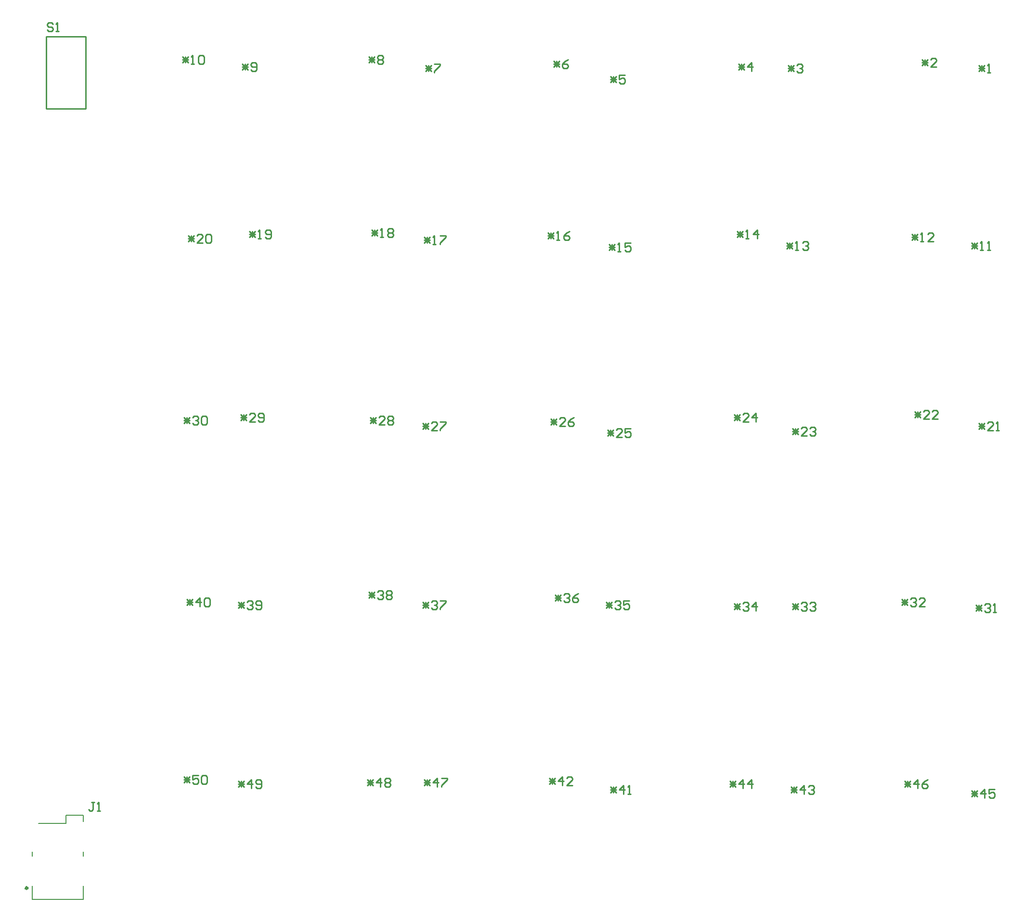
<source format=gto>
G04 Layer_Color=15132400*
%FSLAX43Y43*%
%MOMM*%
G71*
G01*
G75*
%ADD15C,0.500*%
%ADD16C,0.254*%
%ADD17C,0.200*%
D15*
X29169Y29652D02*
G03*
X29169Y29652I-125J0D01*
G01*
D16*
X32571Y179600D02*
X39450D01*
X32550Y179579D02*
X32571Y179600D01*
X32550Y166900D02*
Y179579D01*
Y166900D02*
X39450D01*
Y179600D01*
X131750Y172520D02*
X132766Y171504D01*
X131750D02*
X132766Y172520D01*
X131750Y172012D02*
X132766D01*
X132258Y171504D02*
Y172520D01*
X134289Y172774D02*
X133274D01*
Y172012D01*
X133781Y172266D01*
X134035D01*
X134289Y172012D01*
Y171504D01*
X134035Y171250D01*
X133527D01*
X133274Y171504D01*
X163000Y174520D02*
X164016Y173504D01*
X163000D02*
X164016Y174520D01*
X163000Y174012D02*
X164016D01*
X163508Y173504D02*
Y174520D01*
X164524D02*
X164777Y174774D01*
X165285D01*
X165539Y174520D01*
Y174266D01*
X165285Y174012D01*
X165031D01*
X165285D01*
X165539Y173758D01*
Y173504D01*
X165285Y173250D01*
X164777D01*
X164524Y173504D01*
X196500Y174520D02*
X197516Y173504D01*
X196500D02*
X197516Y174520D01*
X196500Y174012D02*
X197516D01*
X197008Y173504D02*
Y174520D01*
X198024Y173250D02*
X198531D01*
X198277D01*
Y174774D01*
X198024Y174520D01*
X99250D02*
X100266Y173504D01*
X99250D02*
X100266Y174520D01*
X99250Y174012D02*
X100266D01*
X99758Y173504D02*
Y174520D01*
X100774Y174774D02*
X101789D01*
Y174520D01*
X100774Y173504D01*
Y173250D01*
X67000Y174770D02*
X68016Y173754D01*
X67000D02*
X68016Y174770D01*
X67000Y174262D02*
X68016D01*
X67508Y173754D02*
Y174770D01*
X68524Y173754D02*
X68777Y173500D01*
X69285D01*
X69539Y173754D01*
Y174770D01*
X69285Y175024D01*
X68777D01*
X68524Y174770D01*
Y174516D01*
X68777Y174262D01*
X69539D01*
X56750Y49270D02*
X57766Y48254D01*
X56750D02*
X57766Y49270D01*
X56750Y48762D02*
X57766D01*
X57258Y48254D02*
Y49270D01*
X59289Y49524D02*
X58274D01*
Y48762D01*
X58781Y49016D01*
X59035D01*
X59289Y48762D01*
Y48254D01*
X59035Y48000D01*
X58527D01*
X58274Y48254D01*
X59797Y49270D02*
X60051Y49524D01*
X60559D01*
X60813Y49270D01*
Y48254D01*
X60559Y48000D01*
X60051D01*
X59797Y48254D01*
Y49270D01*
X89000Y48770D02*
X90016Y47754D01*
X89000D02*
X90016Y48770D01*
X89000Y48262D02*
X90016D01*
X89508Y47754D02*
Y48770D01*
X91285Y47500D02*
Y49024D01*
X90524Y48262D01*
X91539D01*
X92047Y48770D02*
X92301Y49024D01*
X92809D01*
X93063Y48770D01*
Y48516D01*
X92809Y48262D01*
X93063Y48008D01*
Y47754D01*
X92809Y47500D01*
X92301D01*
X92047Y47754D01*
Y48008D01*
X92301Y48262D01*
X92047Y48516D01*
Y48770D01*
X92301Y48262D02*
X92809D01*
X183500Y48520D02*
X184516Y47504D01*
X183500D02*
X184516Y48520D01*
X183500Y48012D02*
X184516D01*
X184008Y47504D02*
Y48520D01*
X185785Y47250D02*
Y48774D01*
X185024Y48012D01*
X186039D01*
X187563Y48774D02*
X187055Y48520D01*
X186547Y48012D01*
Y47504D01*
X186801Y47250D01*
X187309D01*
X187563Y47504D01*
Y47758D01*
X187309Y48012D01*
X186547D01*
X152750Y48520D02*
X153766Y47504D01*
X152750D02*
X153766Y48520D01*
X152750Y48012D02*
X153766D01*
X153258Y47504D02*
Y48520D01*
X155035Y47250D02*
Y48774D01*
X154274Y48012D01*
X155289D01*
X156559Y47250D02*
Y48774D01*
X155797Y48012D01*
X156813D01*
X121000Y49020D02*
X122016Y48004D01*
X121000D02*
X122016Y49020D01*
X121000Y48512D02*
X122016D01*
X121508Y48004D02*
Y49020D01*
X123285Y47750D02*
Y49274D01*
X122524Y48512D01*
X123539D01*
X125063Y47750D02*
X124047D01*
X125063Y48766D01*
Y49020D01*
X124809Y49274D01*
X124301D01*
X124047Y49020D01*
X57250Y80520D02*
X58266Y79504D01*
X57250D02*
X58266Y80520D01*
X57250Y80012D02*
X58266D01*
X57758Y79504D02*
Y80520D01*
X59535Y79250D02*
Y80774D01*
X58774Y80012D01*
X59789D01*
X60297Y80520D02*
X60551Y80774D01*
X61059D01*
X61313Y80520D01*
Y79504D01*
X61059Y79250D01*
X60551D01*
X60297Y79504D01*
Y80520D01*
X89250Y81770D02*
X90266Y80754D01*
X89250D02*
X90266Y81770D01*
X89250Y81262D02*
X90266D01*
X89758Y80754D02*
Y81770D01*
X90774D02*
X91027Y82024D01*
X91535D01*
X91789Y81770D01*
Y81516D01*
X91535Y81262D01*
X91281D01*
X91535D01*
X91789Y81008D01*
Y80754D01*
X91535Y80500D01*
X91027D01*
X90774Y80754D01*
X92297Y81770D02*
X92551Y82024D01*
X93059D01*
X93313Y81770D01*
Y81516D01*
X93059Y81262D01*
X93313Y81008D01*
Y80754D01*
X93059Y80500D01*
X92551D01*
X92297Y80754D01*
Y81008D01*
X92551Y81262D01*
X92297Y81516D01*
Y81770D01*
X92551Y81262D02*
X93059D01*
X122000Y81270D02*
X123016Y80254D01*
X122000D02*
X123016Y81270D01*
X122000Y80762D02*
X123016D01*
X122508Y80254D02*
Y81270D01*
X123524D02*
X123777Y81524D01*
X124285D01*
X124539Y81270D01*
Y81016D01*
X124285Y80762D01*
X124031D01*
X124285D01*
X124539Y80508D01*
Y80254D01*
X124285Y80000D01*
X123777D01*
X123524Y80254D01*
X126063Y81524D02*
X125555Y81270D01*
X125047Y80762D01*
Y80254D01*
X125301Y80000D01*
X125809D01*
X126063Y80254D01*
Y80508D01*
X125809Y80762D01*
X125047D01*
X153500Y79770D02*
X154516Y78754D01*
X153500D02*
X154516Y79770D01*
X153500Y79262D02*
X154516D01*
X154008Y78754D02*
Y79770D01*
X155024D02*
X155277Y80024D01*
X155785D01*
X156039Y79770D01*
Y79516D01*
X155785Y79262D01*
X155531D01*
X155785D01*
X156039Y79008D01*
Y78754D01*
X155785Y78500D01*
X155277D01*
X155024Y78754D01*
X157309Y78500D02*
Y80024D01*
X156547Y79262D01*
X157563D01*
X183000Y80520D02*
X184016Y79504D01*
X183000D02*
X184016Y80520D01*
X183000Y80012D02*
X184016D01*
X183508Y79504D02*
Y80520D01*
X184524D02*
X184777Y80774D01*
X185285D01*
X185539Y80520D01*
Y80266D01*
X185285Y80012D01*
X185031D01*
X185285D01*
X185539Y79758D01*
Y79504D01*
X185285Y79250D01*
X184777D01*
X184524Y79504D01*
X187063Y79250D02*
X186047D01*
X187063Y80266D01*
Y80520D01*
X186809Y80774D01*
X186301D01*
X186047Y80520D01*
X56750Y112520D02*
X57766Y111504D01*
X56750D02*
X57766Y112520D01*
X56750Y112012D02*
X57766D01*
X57258Y111504D02*
Y112520D01*
X58274D02*
X58527Y112774D01*
X59035D01*
X59289Y112520D01*
Y112266D01*
X59035Y112012D01*
X58781D01*
X59035D01*
X59289Y111758D01*
Y111504D01*
X59035Y111250D01*
X58527D01*
X58274Y111504D01*
X59797Y112520D02*
X60051Y112774D01*
X60559D01*
X60813Y112520D01*
Y111504D01*
X60559Y111250D01*
X60051D01*
X59797Y111504D01*
Y112520D01*
X89500D02*
X90516Y111504D01*
X89500D02*
X90516Y112520D01*
X89500Y112012D02*
X90516D01*
X90008Y111504D02*
Y112520D01*
X92039Y111250D02*
X91024D01*
X92039Y112266D01*
Y112520D01*
X91785Y112774D01*
X91277D01*
X91024Y112520D01*
X92547D02*
X92801Y112774D01*
X93309D01*
X93563Y112520D01*
Y112266D01*
X93309Y112012D01*
X93563Y111758D01*
Y111504D01*
X93309Y111250D01*
X92801D01*
X92547Y111504D01*
Y111758D01*
X92801Y112012D01*
X92547Y112266D01*
Y112520D01*
X92801Y112012D02*
X93309D01*
X121250Y112270D02*
X122266Y111254D01*
X121250D02*
X122266Y112270D01*
X121250Y111762D02*
X122266D01*
X121758Y111254D02*
Y112270D01*
X123789Y111000D02*
X122774D01*
X123789Y112016D01*
Y112270D01*
X123535Y112524D01*
X123027D01*
X122774Y112270D01*
X125313Y112524D02*
X124805Y112270D01*
X124297Y111762D01*
Y111254D01*
X124551Y111000D01*
X125059D01*
X125313Y111254D01*
Y111508D01*
X125059Y111762D01*
X124297D01*
X153500Y113020D02*
X154516Y112004D01*
X153500D02*
X154516Y113020D01*
X153500Y112512D02*
X154516D01*
X154008Y112004D02*
Y113020D01*
X156039Y111750D02*
X155024D01*
X156039Y112766D01*
Y113020D01*
X155785Y113274D01*
X155277D01*
X155024Y113020D01*
X157309Y111750D02*
Y113274D01*
X156547Y112512D01*
X157563D01*
X185250Y113520D02*
X186266Y112504D01*
X185250D02*
X186266Y113520D01*
X185250Y113012D02*
X186266D01*
X185758Y112504D02*
Y113520D01*
X187789Y112250D02*
X186774D01*
X187789Y113266D01*
Y113520D01*
X187535Y113774D01*
X187027D01*
X186774Y113520D01*
X189313Y112250D02*
X188297D01*
X189313Y113266D01*
Y113520D01*
X189059Y113774D01*
X188551D01*
X188297Y113520D01*
X57500Y144520D02*
X58516Y143504D01*
X57500D02*
X58516Y144520D01*
X57500Y144012D02*
X58516D01*
X58008Y143504D02*
Y144520D01*
X60039Y143250D02*
X59024D01*
X60039Y144266D01*
Y144520D01*
X59785Y144774D01*
X59277D01*
X59024Y144520D01*
X60547D02*
X60801Y144774D01*
X61309D01*
X61563Y144520D01*
Y143504D01*
X61309Y143250D01*
X60801D01*
X60547Y143504D01*
Y144520D01*
X89750Y145520D02*
X90766Y144504D01*
X89750D02*
X90766Y145520D01*
X89750Y145012D02*
X90766D01*
X90258Y144504D02*
Y145520D01*
X91274Y144250D02*
X91781D01*
X91527D01*
Y145774D01*
X91274Y145520D01*
X92543D02*
X92797Y145774D01*
X93305D01*
X93559Y145520D01*
Y145266D01*
X93305Y145012D01*
X93559Y144758D01*
Y144504D01*
X93305Y144250D01*
X92797D01*
X92543Y144504D01*
Y144758D01*
X92797Y145012D01*
X92543Y145266D01*
Y145520D01*
X92797Y145012D02*
X93305D01*
X120750Y145020D02*
X121766Y144004D01*
X120750D02*
X121766Y145020D01*
X120750Y144512D02*
X121766D01*
X121258Y144004D02*
Y145020D01*
X122274Y143750D02*
X122781D01*
X122527D01*
Y145274D01*
X122274Y145020D01*
X124559Y145274D02*
X124051Y145020D01*
X123543Y144512D01*
Y144004D01*
X123797Y143750D01*
X124305D01*
X124559Y144004D01*
Y144258D01*
X124305Y144512D01*
X123543D01*
X154000Y145270D02*
X155016Y144254D01*
X154000D02*
X155016Y145270D01*
X154000Y144762D02*
X155016D01*
X154508Y144254D02*
Y145270D01*
X155524Y144000D02*
X156031D01*
X155777D01*
Y145524D01*
X155524Y145270D01*
X157555Y144000D02*
Y145524D01*
X156793Y144762D01*
X157809D01*
X184750Y144770D02*
X185766Y143754D01*
X184750D02*
X185766Y144770D01*
X184750Y144262D02*
X185766D01*
X185258Y143754D02*
Y144770D01*
X186274Y143500D02*
X186781D01*
X186527D01*
Y145024D01*
X186274Y144770D01*
X188559Y143500D02*
X187543D01*
X188559Y144516D01*
Y144770D01*
X188305Y145024D01*
X187797D01*
X187543Y144770D01*
X56500Y176020D02*
X57516Y175004D01*
X56500D02*
X57516Y176020D01*
X56500Y175512D02*
X57516D01*
X57008Y175004D02*
Y176020D01*
X58024Y174750D02*
X58531D01*
X58277D01*
Y176274D01*
X58024Y176020D01*
X59293D02*
X59547Y176274D01*
X60055D01*
X60309Y176020D01*
Y175004D01*
X60055Y174750D01*
X59547D01*
X59293Y175004D01*
Y176020D01*
X89250D02*
X90266Y175004D01*
X89250D02*
X90266Y176020D01*
X89250Y175512D02*
X90266D01*
X89758Y175004D02*
Y176020D01*
X90774D02*
X91027Y176274D01*
X91535D01*
X91789Y176020D01*
Y175766D01*
X91535Y175512D01*
X91789Y175258D01*
Y175004D01*
X91535Y174750D01*
X91027D01*
X90774Y175004D01*
Y175258D01*
X91027Y175512D01*
X90774Y175766D01*
Y176020D01*
X91027Y175512D02*
X91535D01*
X121750Y175270D02*
X122766Y174254D01*
X121750D02*
X122766Y175270D01*
X121750Y174762D02*
X122766D01*
X122258Y174254D02*
Y175270D01*
X124289Y175524D02*
X123781Y175270D01*
X123274Y174762D01*
Y174254D01*
X123527Y174000D01*
X124035D01*
X124289Y174254D01*
Y174508D01*
X124035Y174762D01*
X123274D01*
X154250Y174770D02*
X155266Y173754D01*
X154250D02*
X155266Y174770D01*
X154250Y174262D02*
X155266D01*
X154758Y173754D02*
Y174770D01*
X156535Y173500D02*
Y175024D01*
X155774Y174262D01*
X156789D01*
X186500Y175520D02*
X187516Y174504D01*
X186500D02*
X187516Y175520D01*
X186500Y175012D02*
X187516D01*
X187008Y174504D02*
Y175520D01*
X189039Y174250D02*
X188024D01*
X189039Y175266D01*
Y175520D01*
X188785Y175774D01*
X188277D01*
X188024Y175520D01*
X66250Y48520D02*
X67266Y47504D01*
X66250D02*
X67266Y48520D01*
X66250Y48012D02*
X67266D01*
X66758Y47504D02*
Y48520D01*
X68535Y47250D02*
Y48774D01*
X67774Y48012D01*
X68789D01*
X69297Y47504D02*
X69551Y47250D01*
X70059D01*
X70313Y47504D01*
Y48520D01*
X70059Y48774D01*
X69551D01*
X69297Y48520D01*
Y48266D01*
X69551Y48012D01*
X70313D01*
X99000Y48770D02*
X100016Y47754D01*
X99000D02*
X100016Y48770D01*
X99000Y48262D02*
X100016D01*
X99508Y47754D02*
Y48770D01*
X101285Y47500D02*
Y49024D01*
X100524Y48262D01*
X101539D01*
X102047Y49024D02*
X103063D01*
Y48770D01*
X102047Y47754D01*
Y47500D01*
X195250Y46770D02*
X196266Y45754D01*
X195250D02*
X196266Y46770D01*
X195250Y46262D02*
X196266D01*
X195758Y45754D02*
Y46770D01*
X197535Y45500D02*
Y47024D01*
X196774Y46262D01*
X197789D01*
X199313Y47024D02*
X198297D01*
Y46262D01*
X198805Y46516D01*
X199059D01*
X199313Y46262D01*
Y45754D01*
X199059Y45500D01*
X198551D01*
X198297Y45754D01*
X163500Y47520D02*
X164516Y46504D01*
X163500D02*
X164516Y47520D01*
X163500Y47012D02*
X164516D01*
X164008Y46504D02*
Y47520D01*
X165785Y46250D02*
Y47774D01*
X165024Y47012D01*
X166039D01*
X166547Y47520D02*
X166801Y47774D01*
X167309D01*
X167563Y47520D01*
Y47266D01*
X167309Y47012D01*
X167055D01*
X167309D01*
X167563Y46758D01*
Y46504D01*
X167309Y46250D01*
X166801D01*
X166547Y46504D01*
X131750Y47520D02*
X132766Y46504D01*
X131750D02*
X132766Y47520D01*
X131750Y47012D02*
X132766D01*
X132258Y46504D02*
Y47520D01*
X134035Y46250D02*
Y47774D01*
X133274Y47012D01*
X134289D01*
X134797Y46250D02*
X135305D01*
X135051D01*
Y47774D01*
X134797Y47520D01*
X66250Y80020D02*
X67266Y79004D01*
X66250D02*
X67266Y80020D01*
X66250Y79512D02*
X67266D01*
X66758Y79004D02*
Y80020D01*
X67774D02*
X68027Y80274D01*
X68535D01*
X68789Y80020D01*
Y79766D01*
X68535Y79512D01*
X68281D01*
X68535D01*
X68789Y79258D01*
Y79004D01*
X68535Y78750D01*
X68027D01*
X67774Y79004D01*
X69297D02*
X69551Y78750D01*
X70059D01*
X70313Y79004D01*
Y80020D01*
X70059Y80274D01*
X69551D01*
X69297Y80020D01*
Y79766D01*
X69551Y79512D01*
X70313D01*
X98750Y80020D02*
X99766Y79004D01*
X98750D02*
X99766Y80020D01*
X98750Y79512D02*
X99766D01*
X99258Y79004D02*
Y80020D01*
X100274D02*
X100527Y80274D01*
X101035D01*
X101289Y80020D01*
Y79766D01*
X101035Y79512D01*
X100781D01*
X101035D01*
X101289Y79258D01*
Y79004D01*
X101035Y78750D01*
X100527D01*
X100274Y79004D01*
X101797Y80274D02*
X102813D01*
Y80020D01*
X101797Y79004D01*
Y78750D01*
X131000Y80020D02*
X132016Y79004D01*
X131000D02*
X132016Y80020D01*
X131000Y79512D02*
X132016D01*
X131508Y79004D02*
Y80020D01*
X132524D02*
X132777Y80274D01*
X133285D01*
X133539Y80020D01*
Y79766D01*
X133285Y79512D01*
X133031D01*
X133285D01*
X133539Y79258D01*
Y79004D01*
X133285Y78750D01*
X132777D01*
X132524Y79004D01*
X135063Y80274D02*
X134047D01*
Y79512D01*
X134555Y79766D01*
X134809D01*
X135063Y79512D01*
Y79004D01*
X134809Y78750D01*
X134301D01*
X134047Y79004D01*
X163750Y79770D02*
X164766Y78754D01*
X163750D02*
X164766Y79770D01*
X163750Y79262D02*
X164766D01*
X164258Y78754D02*
Y79770D01*
X165274D02*
X165527Y80024D01*
X166035D01*
X166289Y79770D01*
Y79516D01*
X166035Y79262D01*
X165781D01*
X166035D01*
X166289Y79008D01*
Y78754D01*
X166035Y78500D01*
X165527D01*
X165274Y78754D01*
X166797Y79770D02*
X167051Y80024D01*
X167559D01*
X167813Y79770D01*
Y79516D01*
X167559Y79262D01*
X167305D01*
X167559D01*
X167813Y79008D01*
Y78754D01*
X167559Y78500D01*
X167051D01*
X166797Y78754D01*
X196000Y79520D02*
X197016Y78504D01*
X196000D02*
X197016Y79520D01*
X196000Y79012D02*
X197016D01*
X196508Y78504D02*
Y79520D01*
X197524D02*
X197777Y79774D01*
X198285D01*
X198539Y79520D01*
Y79266D01*
X198285Y79012D01*
X198031D01*
X198285D01*
X198539Y78758D01*
Y78504D01*
X198285Y78250D01*
X197777D01*
X197524Y78504D01*
X199047Y78250D02*
X199555D01*
X199301D01*
Y79774D01*
X199047Y79520D01*
X66750Y113020D02*
X67766Y112004D01*
X66750D02*
X67766Y113020D01*
X66750Y112512D02*
X67766D01*
X67258Y112004D02*
Y113020D01*
X69289Y111750D02*
X68274D01*
X69289Y112766D01*
Y113020D01*
X69035Y113274D01*
X68527D01*
X68274Y113020D01*
X69797Y112004D02*
X70051Y111750D01*
X70559D01*
X70813Y112004D01*
Y113020D01*
X70559Y113274D01*
X70051D01*
X69797Y113020D01*
Y112766D01*
X70051Y112512D01*
X70813D01*
X98750Y111520D02*
X99766Y110504D01*
X98750D02*
X99766Y111520D01*
X98750Y111012D02*
X99766D01*
X99258Y110504D02*
Y111520D01*
X101289Y110250D02*
X100274D01*
X101289Y111266D01*
Y111520D01*
X101035Y111774D01*
X100527D01*
X100274Y111520D01*
X101797Y111774D02*
X102813D01*
Y111520D01*
X101797Y110504D01*
Y110250D01*
X131250Y110270D02*
X132266Y109254D01*
X131250D02*
X132266Y110270D01*
X131250Y109762D02*
X132266D01*
X131758Y109254D02*
Y110270D01*
X133789Y109000D02*
X132774D01*
X133789Y110016D01*
Y110270D01*
X133535Y110524D01*
X133027D01*
X132774Y110270D01*
X135313Y110524D02*
X134297D01*
Y109762D01*
X134805Y110016D01*
X135059D01*
X135313Y109762D01*
Y109254D01*
X135059Y109000D01*
X134551D01*
X134297Y109254D01*
X163750Y110520D02*
X164766Y109504D01*
X163750D02*
X164766Y110520D01*
X163750Y110012D02*
X164766D01*
X164258Y109504D02*
Y110520D01*
X166289Y109250D02*
X165274D01*
X166289Y110266D01*
Y110520D01*
X166035Y110774D01*
X165527D01*
X165274Y110520D01*
X166797D02*
X167051Y110774D01*
X167559D01*
X167813Y110520D01*
Y110266D01*
X167559Y110012D01*
X167305D01*
X167559D01*
X167813Y109758D01*
Y109504D01*
X167559Y109250D01*
X167051D01*
X166797Y109504D01*
X196500Y111520D02*
X197516Y110504D01*
X196500D02*
X197516Y111520D01*
X196500Y111012D02*
X197516D01*
X197008Y110504D02*
Y111520D01*
X199039Y110250D02*
X198024D01*
X199039Y111266D01*
Y111520D01*
X198785Y111774D01*
X198277D01*
X198024Y111520D01*
X199547Y110250D02*
X200055D01*
X199801D01*
Y111774D01*
X199547Y111520D01*
X68250Y145270D02*
X69266Y144254D01*
X68250D02*
X69266Y145270D01*
X68250Y144762D02*
X69266D01*
X68758Y144254D02*
Y145270D01*
X69774Y144000D02*
X70281D01*
X70027D01*
Y145524D01*
X69774Y145270D01*
X71043Y144254D02*
X71297Y144000D01*
X71805D01*
X72059Y144254D01*
Y145270D01*
X71805Y145524D01*
X71297D01*
X71043Y145270D01*
Y145016D01*
X71297Y144762D01*
X72059D01*
X99000Y144270D02*
X100016Y143254D01*
X99000D02*
X100016Y144270D01*
X99000Y143762D02*
X100016D01*
X99508Y143254D02*
Y144270D01*
X100524Y143000D02*
X101031D01*
X100777D01*
Y144524D01*
X100524Y144270D01*
X101793Y144524D02*
X102809D01*
Y144270D01*
X101793Y143254D01*
Y143000D01*
X131500Y143020D02*
X132516Y142004D01*
X131500D02*
X132516Y143020D01*
X131500Y142512D02*
X132516D01*
X132008Y142004D02*
Y143020D01*
X133024Y141750D02*
X133531D01*
X133277D01*
Y143274D01*
X133024Y143020D01*
X135309Y143274D02*
X134293D01*
Y142512D01*
X134801Y142766D01*
X135055D01*
X135309Y142512D01*
Y142004D01*
X135055Y141750D01*
X134547D01*
X134293Y142004D01*
X162750Y143270D02*
X163766Y142254D01*
X162750D02*
X163766Y143270D01*
X162750Y142762D02*
X163766D01*
X163258Y142254D02*
Y143270D01*
X164274Y142000D02*
X164781D01*
X164527D01*
Y143524D01*
X164274Y143270D01*
X165543D02*
X165797Y143524D01*
X166305D01*
X166559Y143270D01*
Y143016D01*
X166305Y142762D01*
X166051D01*
X166305D01*
X166559Y142508D01*
Y142254D01*
X166305Y142000D01*
X165797D01*
X165543Y142254D01*
X195250Y143270D02*
X196266Y142254D01*
X195250D02*
X196266Y143270D01*
X195250Y142762D02*
X196266D01*
X195758Y142254D02*
Y143270D01*
X196774Y142000D02*
X197281D01*
X197027D01*
Y143524D01*
X196774Y143270D01*
X198043Y142000D02*
X198551D01*
X198297D01*
Y143524D01*
X198043Y143270D01*
X41016Y44774D02*
X40508D01*
X40762D01*
Y43504D01*
X40508Y43250D01*
X40254D01*
X40000Y43504D01*
X41524Y43250D02*
X42031D01*
X41777D01*
Y44774D01*
X41524Y44520D01*
X33688Y181759D02*
X33434Y182013D01*
X32927D01*
X32673Y181759D01*
Y181505D01*
X32927Y181251D01*
X33434D01*
X33688Y180997D01*
Y180743D01*
X33434Y180489D01*
X32927D01*
X32673Y180743D01*
X34196Y180489D02*
X34704D01*
X34450D01*
Y182013D01*
X34196Y181759D01*
D17*
X39044Y27652D02*
Y30052D01*
Y35252D02*
Y36052D01*
X30044Y35252D02*
Y36052D01*
Y27652D02*
Y30052D01*
Y27652D02*
X39044D01*
Y41352D02*
Y42452D01*
X35994D02*
X39044D01*
X35994Y41052D02*
Y42452D01*
X31144Y41052D02*
X35994D01*
M02*

</source>
